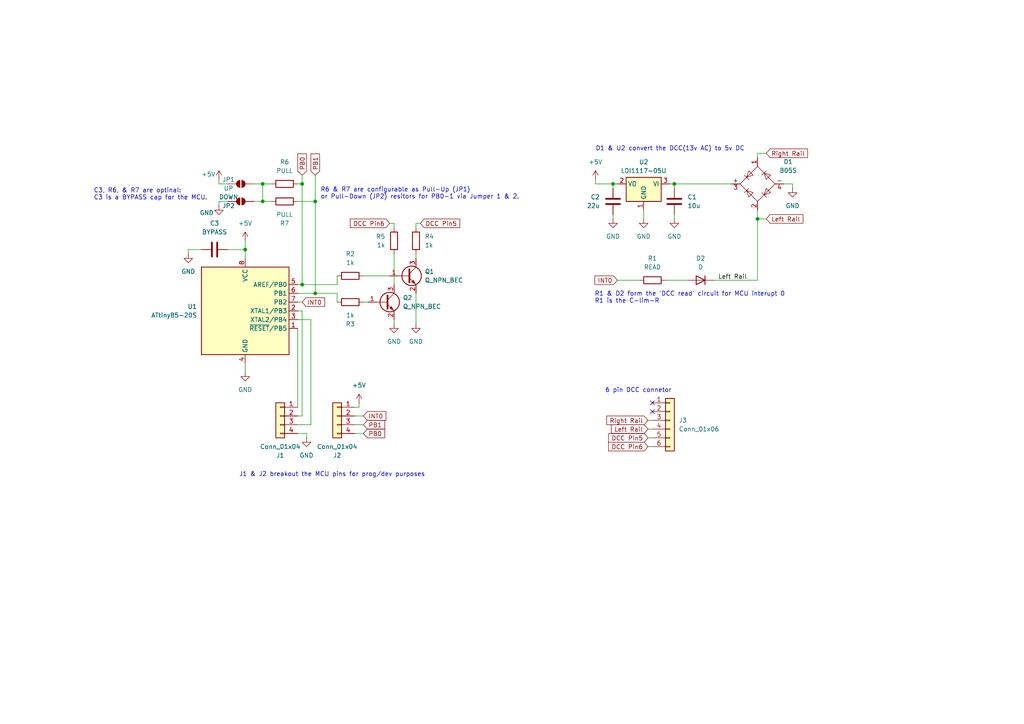
<source format=kicad_sch>
(kicad_sch (version 20250114) (generator "eeschema") (generator_version "9.0")
  (paper "A4")
  (lib_symbols
    (symbol "Connector_Generic:Conn_01x04" (pin_names (offset 1.016) (hide yes))
      (property "Reference" "J" (at 0 5.08 0))
      (property "Value" "Conn_01x04" (at 0 -7.62 0))
      (symbol "Conn_01x04_1_1"
        (rectangle (start -1.27 3.81) (end 1.27 -6.35) (stroke (width 0.254)) (fill (type background)))
        (rectangle (start -1.27 2.667) (end 0 2.413) (stroke (width 0.1524)))
        (rectangle (start -1.27 0.127) (end 0 -0.127) (stroke (width 0.1524)))
        (rectangle (start -1.27 -2.413) (end 0 -2.667) (stroke (width 0.1524)))
        (rectangle (start -1.27 -4.953) (end 0 -5.207) (stroke (width 0.1524)))
        (pin passive line (at -5.08 2.54 0) (length 3.81) (name "Pin_1") (number "1"))
        (pin passive line (at -5.08 0 0) (length 3.81) (name "Pin_2") (number "2"))
        (pin passive line (at -5.08 -2.54 0) (length 3.81) (name "Pin_3") (number "3"))
        (pin passive line (at -5.08 -5.08 0) (length 3.81) (name "Pin_4") (number "4"))
      )
    )
    (symbol "Connector_Generic:Conn_01x06" (pin_names (offset 1.016) (hide yes))
      (property "Reference" "J" (at 0 7.62 0))
      (property "Value" "Conn_01x06" (at 0 -10.16 0))
      (symbol "Conn_01x06_1_1"
        (rectangle (start -1.27 6.35) (end 1.27 -8.89) (stroke (width 0.254)) (fill (type background)))
        (rectangle (start -1.27 5.207) (end 0 4.953) (stroke (width 0.1524)))
        (rectangle (start -1.27 2.667) (end 0 2.413) (stroke (width 0.1524)))
        (rectangle (start -1.27 0.127) (end 0 -0.127) (stroke (width 0.1524)))
        (rectangle (start -1.27 -2.413) (end 0 -2.667) (stroke (width 0.1524)))
        (rectangle (start -1.27 -4.953) (end 0 -5.207) (stroke (width 0.1524)))
        (rectangle (start -1.27 -7.493) (end 0 -7.747) (stroke (width 0.1524)))
        (pin passive line (at -5.08 5.08 0) (length 3.81) (name "Pin_1") (number "1"))
        (pin passive line (at -5.08 2.54 0) (length 3.81) (name "Pin_2") (number "2"))
        (pin passive line (at -5.08 0 0) (length 3.81) (name "Pin_3") (number "3"))
        (pin passive line (at -5.08 -2.54 0) (length 3.81) (name "Pin_4") (number "4"))
        (pin passive line (at -5.08 -5.08 0) (length 3.81) (name "Pin_5") (number "5"))
        (pin passive line (at -5.08 -7.62 0) (length 3.81) (name "Pin_6") (number "6"))
      )
    )
    (symbol "Device:C" (pin_numbers (hide yes)) (pin_names (offset 0.254))
      (property "Reference" "C" (at 0.635 2.54 0))
      (property "Value" "C" (at 0.635 -2.54 0))
      (symbol "C_0_1"
        (polyline (pts (xy -2.032 0.762) (xy 2.032 0.762)) (stroke (width 0.508)))
        (polyline (pts (xy -2.032 -0.762) (xy 2.032 -0.762)) (stroke (width 0.508)))
      )
      (symbol "C_1_1"
        (pin passive line (at 0 3.81 270) (length 2.794) (name "~") (number "1"))
        (pin passive line (at 0 -3.81 90) (length 2.794) (name "~") (number "2"))
      )
    )
    (symbol "Device:D" (pin_numbers (hide yes)) (pin_names (offset 1.016) (hide yes))
      (property "Reference" "D" (at 0 2.54 0))
      (property "Value" "D" (at 0 -2.54 0))
      (symbol "D_0_1"
        (polyline (pts (xy -1.27 1.27) (xy -1.27 -1.27)) (stroke (width 0.254)))
        (polyline (pts (xy 1.27 1.27) (xy 1.27 -1.27) (xy -1.27 0) (xy 1.27 1.27)) (stroke (width 0.254)))
        (polyline (pts (xy 1.27 0) (xy -1.27 0)))
      )
      (symbol "D_1_1"
        (pin passive line (at -3.81 0 0) (length 2.54) (name "K") (number "1"))
        (pin passive line (at 3.81 0 180) (length 2.54) (name "A") (number "2"))
      )
    )
    (symbol "Device:R" (pin_numbers (hide yes)) (pin_names (offset 0))
      (property "Reference" "R" (at 2.032 0 90))
      (property "Value" "R" (at 0 0 90))
      (symbol "R_0_1"
        (rectangle (start -1.016 -2.54) (end 1.016 2.54) (stroke (width 0.254)))
      )
      (symbol "R_1_1"
        (pin passive line (at 0 3.81 270) (length 1.27) (name "~") (number "1"))
        (pin passive line (at 0 -3.81 90) (length 1.27) (name "~") (number "2"))
      )
    )
    (symbol "Diode_Bridge:MB2S" (pin_names (offset 0))
      (property "Reference" "D" (at 2.54 6.985 0))
      (property "Value" "MB2S" (at 2.54 5.08 0))
      (symbol "MB2S_0_1"
        (polyline (pts (xy -5.08 0) (xy 0 -5.08) (xy 5.08 0) (xy 0 5.08) (xy -5.08 0)))
        (polyline (pts (xy -3.81 2.54) (xy -2.54 1.27) (xy -1.905 3.175) (xy -3.81 2.54)))
        (polyline (pts (xy -2.54 3.81) (xy -1.27 2.54)))
        (polyline (pts (xy -2.54 -1.27) (xy -3.81 -2.54) (xy -1.905 -3.175) (xy -2.54 -1.27)))
        (polyline (pts (xy -1.27 -2.54) (xy -2.54 -3.81)))
        (polyline (pts (xy 1.27 2.54) (xy 2.54 3.81) (xy 3.175 1.905) (xy 1.27 2.54)))
        (polyline (pts (xy 2.54 1.27) (xy 3.81 2.54)))
        (polyline (pts (xy 2.54 -1.27) (xy 3.81 -2.54)))
        (polyline (pts (xy 3.175 -1.905) (xy 1.27 -2.54) (xy 2.54 -3.81) (xy 3.175 -1.905)))
      )
      (symbol "MB2S_1_1"
        (pin passive line (at -7.62 0 0) (length 2.54) (name "-") (number "4"))
        (pin passive line (at 0 7.62 270) (length 2.54) (name "~") (number "2"))
        (pin passive line (at 0 -7.62 90) (length 2.54) (name "~") (number "1"))
        (pin passive line (at 7.62 0 180) (length 2.54) (name "+") (number "3"))
      )
    )
    (symbol "Jumper:SolderJumper_2_Open" (pin_numbers (hide yes)) (pin_names (offset 0) (hide yes)) (in_bom no)
      (property "Reference" "JP" (at 0 2.032 0))
      (property "Value" "SolderJumper_2_Open" (at 0 -2.54 0))
      (symbol "SolderJumper_2_Open_0_1"
        (polyline (pts (xy -0.254 1.016) (xy -0.254 -1.016)))
        (arc (start -0.254 -1.016) (mid -1.2656 0) (end -0.254 1.016))
        (arc (start -0.254 -1.016) (mid -1.2656 0) (end -0.254 1.016) (fill (type outline)))
        (arc (start 0.254 1.016) (mid 1.2656 0) (end 0.254 -1.016))
        (arc (start 0.254 1.016) (mid 1.2656 0) (end 0.254 -1.016) (fill (type outline)))
        (polyline (pts (xy 0.254 1.016) (xy 0.254 -1.016)))
      )
      (symbol "SolderJumper_2_Open_1_1"
        (pin passive line (at -3.81 0 0) (length 2.54) (name "A") (number "1"))
        (pin passive line (at 3.81 0 180) (length 2.54) (name "B") (number "2"))
      )
    )
    (symbol "MCU_Microchip_ATtiny:ATtiny85-20S"
      (property "Reference" "U" (at -12.7 13.97 0))
      (property "Value" "ATtiny85-20S" (at 2.54 -13.97 0))
      (symbol "ATtiny85-20S_0_1"
        (rectangle (start -12.7 -12.7) (end 12.7 12.7) (stroke (width 0.254)) (fill (type background)))
      )
      (symbol "ATtiny85-20S_1_1"
        (pin power_in line (at 0 15.24 270) (length 2.54) (name "VCC") (number "8"))
        (pin power_in line (at 0 -15.24 90) (length 2.54) (name "GND") (number "4"))
        (pin bidirectional line (at 15.24 7.62 180) (length 2.54) (name "AREF/PB0") (number "5"))
        (pin bidirectional line (at 15.24 5.08 180) (length 2.54) (name "PB1") (number "6"))
        (pin bidirectional line (at 15.24 2.54 180) (length 2.54) (name "PB2") (number "7"))
        (pin bidirectional line (at 15.24 0 180) (length 2.54) (name "XTAL1/PB3") (number "2"))
        (pin bidirectional line (at 15.24 -2.54 180) (length 2.54) (name "XTAL2/PB4") (number "3"))
        (pin bidirectional line (at 15.24 -5.08 180) (length 2.54) (name "~{RESET}/PB5") (number "1"))
      )
    )
    (symbol "Regulator_Linear:LD1117V50"
      (property "Reference" "U" (at -3.81 3.175 0))
      (property "Value" "LD1117V50" (at 0 3.175 0))
      (symbol "LD1117V50_0_1"
        (rectangle (start -5.08 -5.08) (end 5.08 1.905) (stroke (width 0.254)) (fill (type background)))
      )
      (symbol "LD1117V50_1_1"
        (pin power_in line (at -7.62 0 0) (length 2.54) (name "VI") (number "3"))
        (pin power_in line (at 0 -7.62 90) (length 2.54) (name "GND") (number "1"))
        (pin power_out line (at 7.62 0 180) (length 2.54) (name "VO") (number "2"))
      )
    )
    (symbol "Transistor_BJT:Q_NPN_BEC" (pin_names (offset 0) (hide yes))
      (property "Reference" "Q" (at 5.08 1.27 0))
      (property "Value" "Q_NPN_BEC" (at 5.08 -1.27 0))
      (symbol "Q_NPN_BEC_0_1"
        (polyline (pts (xy -2.54 0) (xy 0.635 0)))
        (polyline (pts (xy 0.635 1.905) (xy 0.635 -1.905)) (stroke (width 0.508)))
        (circle (center 1.27 0) (radius 2.8194) (stroke (width 0.254)))
      )
      (symbol "Q_NPN_BEC_1_1"
        (polyline (pts (xy 0.635 0.635) (xy 2.54 2.54)))
        (polyline (pts (xy 0.635 -0.635) (xy 2.54 -2.54)))
        (polyline (pts (xy 1.27 -1.778) (xy 1.778 -1.27) (xy 2.286 -2.286) (xy 1.27 -1.778)) (fill (type outline)))
        (pin input line (at -5.08 0 0) (length 2.54) (name "B") (number "1"))
        (pin passive line (at 2.54 5.08 270) (length 2.54) (name "C") (number "3"))
        (pin passive line (at 2.54 -5.08 90) (length 2.54) (name "E") (number "2"))
      )
    )
    (symbol "power:+5V" (power) (pin_numbers (hide yes)) (pin_names (offset 0) (hide yes))
      (property "Value" "+5V" (at 0 3.556 0))
      (symbol "+5V_0_1"
        (polyline (pts (xy -0.762 1.27) (xy 0 2.54)))
        (polyline (pts (xy 0 2.54) (xy 0.762 1.27)))
        (polyline (pts (xy 0 0) (xy 0 2.54)))
      )
      (symbol "+5V_1_1"
        (pin power_in line (at 0 0 90) (length 0) (name "~") (number "1"))
      )
    )
    (symbol "power:GND" (power) (pin_numbers (hide yes)) (pin_names (offset 0) (hide yes))
      (property "Value" "GND" (at 0 -3.81 0))
      (symbol "GND_0_1"
        (polyline (pts (xy 0 0) (xy 0 -1.27) (xy 1.27 -1.27) (xy 0 -2.54) (xy -1.27 -1.27) (xy 0 -1.27)))
      )
      (symbol "GND_1_1"
        (pin power_in line (at 0 0 270) (length 0) (name "~") (number "1"))
      )
    )
  )
  (text "R6 & R7 are configurable as Pull-Up (JP1) \nor Pull-Down (JP2) resitors for PB0-1 via Jumper 1 & 2. " (at 92.964 56.134 0) (effects (font (size 1.27 1.27)) (justify left)))
  (text "D1 & U2 convert the DCC(13v AC) to 5v DC" (at 172.72 43.18 0) (effects (font (size 1.27 1.27)) (justify left)))
  (text "6 pin DCC connetor" (at 175.514 113.284 0) (effects (font (size 1.27 1.27)) (justify left)))
  (text "R1 & D2 form the 'DCC read' circuit for MCU interupt 0 \nR1 is the C-lim-R" (at 172.466 86.36 0) (effects (font (size 1.27 1.27)) (justify left)))
  (text "J1 & J2 breakout the MCU pins for prog/dev purposes" (at 69.342 137.668 0) (effects (font (size 1.27 1.27)) (justify left)))
  (text "C3, R6, & R7 are optinal: \nC3 is a BYPASS cap for the MCU. " (at 27.178 56.388 0) (effects (font (size 1.27 1.27)) (justify left)))
  (junction (at 76.2 58.42))
  (junction (at 219.71 63.5))
  (junction (at 91.44 58.42))
  (junction (at 177.8 53.34))
  (junction (at 71.12 72.39))
  (junction (at 195.58 53.34))
  (junction (at 91.44 85.09))
  (junction (at 87.63 82.55))
  (junction (at 76.2 53.34))
  (junction (at 87.63 53.34))
  (no_connect (at 189.23 116.84))
  (no_connect (at 189.23 119.38))
  (wire (pts (xy 63.5 53.34) (xy 63.5 52.07)))
  (wire (pts (xy 114.3 73.66) (xy 114.3 82.55)))
  (wire (pts (xy 71.12 105.41) (xy 71.12 107.95)))
  (wire (pts (xy 207.01 81.28) (xy 219.71 81.28)))
  (wire (pts (xy 172.72 52.07) (xy 172.72 53.34)))
  (wire (pts (xy 114.3 92.71) (xy 114.3 93.98)))
  (wire (pts (xy 86.36 53.34) (xy 87.63 53.34)))
  (wire (pts (xy 87.63 90.17) (xy 87.63 120.65)))
  (wire (pts (xy 71.12 72.39) (xy 71.12 74.93)))
  (wire (pts (xy 120.65 64.77) (xy 121.92 64.77)))
  (wire (pts (xy 91.44 58.42) (xy 91.44 85.09)))
  (wire (pts (xy 86.36 123.19) (xy 90.17 123.19)))
  (wire (pts (xy 177.8 62.23) (xy 177.8 63.5)))
  (wire (pts (xy 102.87 125.73) (xy 105.41 125.73)))
  (wire (pts (xy 179.07 81.28) (xy 185.42 81.28)))
  (wire (pts (xy 86.36 125.73) (xy 88.9 125.73)))
  (wire (pts (xy 120.65 66.04) (xy 120.65 64.77)))
  (wire (pts (xy 227.33 53.34) (xy 229.87 53.34)))
  (wire (pts (xy 114.3 64.77) (xy 113.03 64.77)))
  (wire (pts (xy 91.44 50.8) (xy 91.44 58.42)))
  (wire (pts (xy 105.41 87.63) (xy 106.68 87.63)))
  (wire (pts (xy 73.66 58.42) (xy 76.2 58.42)))
  (wire (pts (xy 73.66 53.34) (xy 76.2 53.34)))
  (wire (pts (xy 219.71 81.28) (xy 219.71 63.5)))
  (wire (pts (xy 63.5 59.69) (xy 63.5 58.42)))
  (wire (pts (xy 86.36 85.09) (xy 91.44 85.09)))
  (wire (pts (xy 187.96 121.92) (xy 189.23 121.92)))
  (wire (pts (xy 87.63 120.65) (xy 86.36 120.65)))
  (wire (pts (xy 87.63 50.8) (xy 87.63 53.34)))
  (wire (pts (xy 120.65 85.09) (xy 120.65 93.98)))
  (wire (pts (xy 86.36 90.17) (xy 87.63 90.17)))
  (wire (pts (xy 97.79 80.01) (xy 97.79 82.55)))
  (wire (pts (xy 222.25 63.5) (xy 219.71 63.5)))
  (wire (pts (xy 219.71 44.45) (xy 219.71 45.72)))
  (wire (pts (xy 105.41 80.01) (xy 113.03 80.01)))
  (wire (pts (xy 87.63 82.55) (xy 97.79 82.55)))
  (wire (pts (xy 193.04 81.28) (xy 199.39 81.28)))
  (wire (pts (xy 120.65 73.66) (xy 120.65 74.93)))
  (wire (pts (xy 86.36 58.42) (xy 91.44 58.42)))
  (wire (pts (xy 54.61 72.39) (xy 54.61 73.66)))
  (wire (pts (xy 76.2 58.42) (xy 78.74 58.42)))
  (wire (pts (xy 222.25 44.45) (xy 219.71 44.45)))
  (wire (pts (xy 71.12 69.85) (xy 71.12 72.39)))
  (wire (pts (xy 86.36 95.25) (xy 86.36 118.11)))
  (wire (pts (xy 219.71 60.96) (xy 219.71 63.5)))
  (wire (pts (xy 194.31 53.34) (xy 195.58 53.34)))
  (wire (pts (xy 90.17 123.19) (xy 90.17 92.71)))
  (wire (pts (xy 229.87 53.34) (xy 229.87 54.61)))
  (wire (pts (xy 177.8 53.34) (xy 177.8 54.61)))
  (wire (pts (xy 86.36 82.55) (xy 87.63 82.55)))
  (wire (pts (xy 66.04 53.34) (xy 63.5 53.34)))
  (wire (pts (xy 114.3 66.04) (xy 114.3 64.77)))
  (wire (pts (xy 90.17 92.71) (xy 86.36 92.71)))
  (wire (pts (xy 186.69 60.96) (xy 186.69 63.5)))
  (wire (pts (xy 78.74 53.34) (xy 76.2 53.34)))
  (wire (pts (xy 97.79 85.09) (xy 97.79 87.63)))
  (wire (pts (xy 63.5 58.42) (xy 66.04 58.42)))
  (wire (pts (xy 102.87 123.19) (xy 105.41 123.19)))
  (wire (pts (xy 88.9 125.73) (xy 88.9 127)))
  (wire (pts (xy 187.96 124.46) (xy 189.23 124.46)))
  (wire (pts (xy 187.96 129.54) (xy 189.23 129.54)))
  (wire (pts (xy 102.87 120.65) (xy 105.41 120.65)))
  (wire (pts (xy 58.42 72.39) (xy 54.61 72.39)))
  (wire (pts (xy 195.58 62.23) (xy 195.58 63.5)))
  (wire (pts (xy 87.63 87.63) (xy 86.36 87.63)))
  (wire (pts (xy 87.63 53.34) (xy 87.63 82.55)))
  (wire (pts (xy 102.87 118.11) (xy 104.14 118.11)))
  (wire (pts (xy 179.07 53.34) (xy 177.8 53.34)))
  (wire (pts (xy 195.58 53.34) (xy 195.58 54.61)))
  (wire (pts (xy 172.72 53.34) (xy 177.8 53.34)))
  (wire (pts (xy 66.04 72.39) (xy 71.12 72.39)))
  (wire (pts (xy 76.2 53.34) (xy 76.2 58.42)))
  (wire (pts (xy 91.44 85.09) (xy 97.79 85.09)))
  (wire (pts (xy 195.58 53.34) (xy 212.09 53.34)))
  (wire (pts (xy 187.96 127) (xy 189.23 127)))
  (wire (pts (xy 104.14 118.11) (xy 104.14 116.84)))
  (label "Left Rail" (at 208.28 81.28 0))
  (global_label "DCC Pin6" (shape input) (at 187.96 129.54 180) (property "Intersheetrefs" "${INTERSHEET_REFS}" (effects (hide yes))))
  (global_label "PB0" (shape input) (at 105.41 125.73 0) (property "Intersheetrefs" "${INTERSHEET_REFS}" (effects (hide yes))))
  (global_label "Right Rail" (shape input) (at 187.96 121.92 180) (property "Intersheetrefs" "${INTERSHEET_REFS}" (effects (hide yes))))
  (global_label "PB0" (shape input) (at 87.63 50.8 90) (property "Intersheetrefs" "${INTERSHEET_REFS}" (effects (hide yes))))
  (global_label "Right Rail" (shape input) (at 222.25 44.45 0) (property "Intersheetrefs" "${INTERSHEET_REFS}" (effects (hide yes))))
  (global_label "PB1" (shape input) (at 105.41 123.19 0) (property "Intersheetrefs" "${INTERSHEET_REFS}" (effects (hide yes))))
  (global_label "INT0" (shape input) (at 179.07 81.28 180) (property "Intersheetrefs" "${INTERSHEET_REFS}" (effects (hide yes))))
  (global_label "PB1" (shape input) (at 91.44 50.8 90) (property "Intersheetrefs" "${INTERSHEET_REFS}" (effects (hide yes))))
  (global_label "INT0" (shape input) (at 105.41 120.65 0) (property "Intersheetrefs" "${INTERSHEET_REFS}" (effects (hide yes))))
  (global_label "DCC Pin5" (shape input) (at 187.96 127 180) (property "Intersheetrefs" "${INTERSHEET_REFS}" (effects (hide yes))))
  (global_label "Left Rail" (shape input) (at 222.25 63.5 0) (property "Intersheetrefs" "${INTERSHEET_REFS}" (effects (hide yes))))
  (global_label "INT0" (shape input) (at 87.63 87.63 0) (property "Intersheetrefs" "${INTERSHEET_REFS}" (effects (hide yes))))
  (global_label "DCC Pin5" (shape input) (at 121.92 64.77 0) (property "Intersheetrefs" "${INTERSHEET_REFS}" (effects (hide yes))))
  (global_label "DCC Pin6" (shape input) (at 113.03 64.77 180) (property "Intersheetrefs" "${INTERSHEET_REFS}" (effects (hide yes))))
  (global_label "Left Rail" (shape input) (at 187.96 124.46 180) (property "Intersheetrefs" "${INTERSHEET_REFS}" (effects (hide yes))))
  (symbol (lib_id "power:+5V") (at 104.14 116.84 0) (unit 1)
    (property "Reference" "#PWR012" (effects (hide yes)))
    (property "Value" "+5V" (at 104.14 111.76 0))
    (property "Description" "Power symbol creates a global label with name \"+5V\"" (effects (hide yes)))
  )
  (symbol (lib_id "Device:R") (at 82.55 53.34 90) (unit 1)
    (property "Reference" "R6" (at 82.55 46.99 90))
    (property "Value" "PULL" (at 82.55 49.53 90))
    (property "Footprint" "Resistor_SMD:R_0805_2012Metric_Pad1.20x1.40mm_HandSolder" (effects (hide yes)))
    (property "Description" "Resistor" (effects (hide yes)))
  )
  (symbol (lib_id "Device:R") (at 101.6 80.01 270) (unit 1)
    (property "Reference" "R2" (at 101.6 73.66 90))
    (property "Value" "1k" (at 101.6 76.2 90))
    (property "Footprint" "Resistor_SMD:R_0805_2012Metric_Pad1.20x1.40mm_HandSolder" (effects (hide yes)))
    (property "Description" "Resistor" (effects (hide yes)))
  )
  (symbol (lib_id "Jumper:SolderJumper_2_Open") (at 69.85 53.34 0) (unit 1) (in_bom no)
    (property "Reference" "JP1" (at 66.294 52.07 0))
    (property "Value" "UP" (at 66.294 54.61 0))
    (property "Footprint" "Jumper:SolderJumper-2_P1.3mm_Open_TrianglePad1.0x1.5mm" (effects (hide yes)))
    (property "Description" "Solder Jumper, 2-pole, open" (effects (hide yes)))
  )
  (symbol (lib_id "Connector_Generic:Conn_01x04") (at 81.28 120.65 0) (mirror y) (unit 1)
    (property "Reference" "J1" (at 81.28 132.08 0))
    (property "Value" "Conn_01x04" (at 81.28 129.54 0))
    (property "Footprint" "Connector_PinHeader_1.27mm:PinHeader_1x04_P1.27mm_Vertical" (effects (hide yes)))
    (property "Description" "Generic connector, single row, 01x04, script generated (kicad-library-utils/schlib/autogen/connector/)" (effects (hide yes)))
  )
  (symbol (lib_id "power:GND") (at 71.12 107.95 0) (unit 1)
    (property "Reference" "#PWR08" (effects (hide yes)))
    (property "Value" "GND" (at 71.12 113.03 0))
    (property "Description" "Power symbol creates a global label with name \"GND\" , ground" (effects (hide yes)))
  )
  (symbol (lib_id "MCU_Microchip_ATtiny:ATtiny85-20S") (at 71.12 90.17 0) (unit 1)
    (property "Reference" "U1" (at 57.15 88.8999 0) (effects (justify right)))
    (property "Value" "ATtiny85-20S" (at 57.15 91.4399 0) (effects (justify right)))
    (property "Footprint" "Package_SO:SOIC-8_5.3x5.3mm_P1.27mm" (effects (hide yes)))
    (property "Datasheet" "http://ww1.microchip.com/downloads/en/DeviceDoc/atmel-2586-avr-8-bit-microcontroller-attiny25-attiny45-attiny85_datasheet.pdf" (effects (hide yes)))
    (property "Description" "20MHz, 8kB Flash, 512B SRAM, 512B EEPROM, debugWIRE, SOIC-8" (effects (hide yes)))
  )
  (symbol (lib_id "Connector_Generic:Conn_01x04") (at 97.79 120.65 0) (mirror y) (unit 1)
    (property "Reference" "J2" (at 97.79 132.08 0))
    (property "Value" "Conn_01x04" (at 97.79 129.54 0))
    (property "Footprint" "Connector_PinHeader_1.27mm:PinHeader_1x04_P1.27mm_Vertical" (effects (hide yes)))
    (property "Description" "Generic connector, single row, 01x04, script generated (kicad-library-utils/schlib/autogen/connector/)" (effects (hide yes)))
  )
  (symbol (lib_id "power:GND") (at 88.9 127 0) (unit 1)
    (property "Reference" "#PWR011" (effects (hide yes)))
    (property "Value" "GND" (at 88.9 132.08 0))
    (property "Description" "Power symbol creates a global label with name \"GND\" , ground" (effects (hide yes)))
  )
  (symbol (lib_id "Device:R") (at 82.55 58.42 90) (mirror x) (unit 1)
    (property "Reference" "R7" (at 82.55 64.77 90))
    (property "Value" "PULL" (at 82.55 62.23 90))
    (property "Footprint" "Resistor_SMD:R_0805_2012Metric_Pad1.20x1.40mm_HandSolder" (effects (hide yes)))
    (property "Description" "Resistor" (effects (hide yes)))
  )
  (symbol (lib_id "Transistor_BJT:Q_NPN_BEC") (at 111.76 87.63 0) (unit 1)
    (property "Reference" "Q2" (at 116.84 86.3599 0) (effects (justify left)))
    (property "Value" "Q_NPN_BEC" (at 116.84 88.8999 0) (effects (justify left)))
    (property "Footprint" "Package_TO_SOT_SMD:SOT-23_Handsoldering" (effects (hide yes)))
    (property "Description" "NPN transistor, base/emitter/collector" (effects (hide yes)))
  )
  (symbol (lib_id "Jumper:SolderJumper_2_Open") (at 69.85 58.42 0) (mirror x) (unit 1) (in_bom no)
    (property "Reference" "JP2" (at 66.294 59.69 0))
    (property "Value" "DOWN" (at 66.294 57.15 0))
    (property "Footprint" "Jumper:SolderJumper-2_P1.3mm_Open_TrianglePad1.0x1.5mm" (effects (hide yes)))
    (property "Description" "Solder Jumper, 2-pole, open" (effects (hide yes)))
  )
  (symbol (lib_id "Device:R") (at 101.6 87.63 270) (mirror x) (unit 1)
    (property "Reference" "R3" (at 101.6 93.98 90))
    (property "Value" "1k" (at 101.6 91.44 90))
    (property "Footprint" "Resistor_SMD:R_0805_2012Metric_Pad1.20x1.40mm_HandSolder" (effects (hide yes)))
    (property "Description" "Resistor" (effects (hide yes)))
  )
  (symbol (lib_id "power:GND") (at 195.58 63.5 0) (unit 1)
    (property "Reference" "#PWR02" (effects (hide yes)))
    (property "Value" "GND" (at 195.58 68.58 0))
    (property "Description" "Power symbol creates a global label with name \"GND\" , ground" (effects (hide yes)))
  )
  (symbol (lib_id "Device:R") (at 189.23 81.28 270) (unit 1)
    (property "Reference" "R1" (at 189.23 74.93 90))
    (property "Value" "READ" (at 189.23 77.47 90))
    (property "Footprint" "Resistor_SMD:R_0805_2012Metric_Pad1.20x1.40mm_HandSolder" (effects (hide yes)))
    (property "Description" "Resistor" (effects (hide yes)))
  )
  (symbol (lib_id "power:+5V") (at 71.12 69.85 0) (unit 1)
    (property "Reference" "#PWR06" (effects (hide yes)))
    (property "Value" "+5V" (at 71.12 64.77 0))
    (property "Description" "Power symbol creates a global label with name \"+5V\"" (effects (hide yes)))
  )
  (symbol (lib_id "Regulator_Linear:LD1117V50") (at 186.69 53.34 0) (mirror y) (unit 1)
    (property "Reference" "U2" (at 186.69 46.99 0))
    (property "Value" "LDI1117-05U" (at 186.69 49.53 0))
    (property "Footprint" "Package_TO_SOT_SMD:SOT-89-3_Handsoldering" (effects (hide yes)))
  )
  (symbol (lib_id "Device:D") (at 203.2 81.28 180) (unit 1)
    (property "Reference" "D2" (at 203.2 74.93 0))
    (property "Value" "D" (at 203.2 77.47 0))
    (property "Footprint" "Diode_SMD:D_SOD-123" (effects (hide yes)))
    (property "Description" "Diode" (effects (hide yes)))
    (property "Sim.Device" "D" (effects (hide yes)))
    (property "Sim.Pins" "1=K 2=A" (effects (hide yes)))
  )
  (symbol (lib_id "Device:R") (at 114.3 69.85 0) (mirror y) (unit 1)
    (property "Reference" "R5" (at 111.76 68.5799 0) (effects (justify left)))
    (property "Value" "1k" (at 111.76 71.1199 0) (effects (justify left)))
    (property "Footprint" "Resistor_SMD:R_0805_2012Metric_Pad1.20x1.40mm_HandSolder" (effects (hide yes)))
    (property "Description" "Resistor" (effects (hide yes)))
  )
  (symbol (lib_id "power:GND") (at 114.3 93.98 0) (unit 1)
    (property "Reference" "#PWR09" (effects (hide yes)))
    (property "Value" "GND" (at 114.3 99.06 0))
    (property "Description" "Power symbol creates a global label with name \"GND\" , ground" (effects (hide yes)))
  )
  (symbol (lib_id "Transistor_BJT:Q_NPN_BEC") (at 118.11 80.01 0) (unit 1)
    (property "Reference" "Q1" (at 123.19 78.7399 0) (effects (justify left)))
    (property "Value" "Q_NPN_BEC" (at 123.19 81.2799 0) (effects (justify left)))
    (property "Footprint" "Package_TO_SOT_SMD:SOT-23_Handsoldering" (effects (hide yes)))
    (property "Description" "NPN transistor, base/emitter/collector" (effects (hide yes)))
  )
  (symbol (lib_id "power:GND") (at 120.65 93.98 0) (unit 1)
    (property "Reference" "#PWR010" (effects (hide yes)))
    (property "Value" "GND" (at 120.65 99.06 0))
    (property "Description" "Power symbol creates a global label with name \"GND\" , ground" (effects (hide yes)))
  )
  (symbol (lib_id "power:GND") (at 63.5 59.69 0) (unit 1)
    (property "Reference" "#PWR014" (effects (hide yes)))
    (property "Value" "GND" (at 59.944 61.722 0))
    (property "Description" "Power symbol creates a global label with name \"GND\" , ground" (effects (hide yes)))
  )
  (symbol (lib_id "power:GND") (at 177.8 63.5 0) (unit 1)
    (property "Reference" "#PWR04" (effects (hide yes)))
    (property "Value" "GND" (at 177.8 68.58 0))
    (property "Description" "Power symbol creates a global label with name \"GND\" , ground" (effects (hide yes)))
  )
  (symbol (lib_id "power:+5V") (at 63.5 52.07 0) (unit 1)
    (property "Reference" "#PWR013" (effects (hide yes)))
    (property "Value" "+5V" (at 60.452 50.546 0))
    (property "Description" "Power symbol creates a global label with name \"+5V\"" (effects (hide yes)))
  )
  (symbol (lib_id "power:GND") (at 186.69 63.5 0) (unit 1)
    (property "Reference" "#PWR03" (effects (hide yes)))
    (property "Value" "GND" (at 186.69 68.58 0))
    (property "Description" "Power symbol creates a global label with name \"GND\" , ground" (effects (hide yes)))
  )
  (symbol (lib_id "Diode_Bridge:MB2S") (at 219.71 53.34 180) (unit 1)
    (property "Reference" "D1" (at 228.6 46.9198 0))
    (property "Value" "B05S" (at 228.6 49.4598 0))
    (property "Footprint" "Package_TO_SOT_SMD:TO-269AA" (effects (hide yes)))
  )
  (symbol (lib_id "power:+5V") (at 172.72 52.07 0) (unit 1)
    (property "Reference" "#PWR05" (effects (hide yes)))
    (property "Value" "+5V" (at 172.72 46.99 0))
    (property "Description" "Power symbol creates a global label with name \"+5V\"" (effects (hide yes)))
  )
  (symbol (lib_id "Device:C") (at 195.58 58.42 0) (unit 1)
    (property "Reference" "C1" (at 199.39 57.1499 0) (effects (justify left)))
    (property "Value" "10u" (at 199.39 59.6899 0) (effects (justify left)))
    (property "Footprint" "Capacitor_SMD:C_0805_2012Metric_Pad1.18x1.45mm_HandSolder" (effects (hide yes)))
    (property "Description" "Unpolarized capacitor" (effects (hide yes)))
  )
  (symbol (lib_id "power:GND") (at 229.87 54.61 0) (unit 1)
    (property "Reference" "#PWR01" (effects (hide yes)))
    (property "Value" "GND" (at 229.87 59.69 0))
    (property "Description" "Power symbol creates a global label with name \"GND\" , ground" (effects (hide yes)))
  )
  (symbol (lib_id "Device:C") (at 62.23 72.39 90) (unit 1)
    (property "Reference" "C3" (at 62.23 64.77 90))
    (property "Value" "BYPASS" (at 62.23 67.31 90))
    (property "Footprint" "Capacitor_SMD:C_0805_2012Metric_Pad1.18x1.45mm_HandSolder" (effects (hide yes)))
    (property "Description" "Unpolarized capacitor" (effects (hide yes)))
  )
  (symbol (lib_id "Connector_Generic:Conn_01x06") (at 194.31 121.92 0) (unit 1)
    (property "Reference" "J3" (at 196.85 121.9199 0) (effects (justify left)))
    (property "Value" "Conn_01x06" (at 196.85 124.4599 0) (effects (justify left)))
    (property "Footprint" "Connector_PinHeader_1.27mm:PinHeader_1x06_P1.27mm_Vertical" (effects (hide yes)))
    (property "Description" "Generic connector, single row, 01x06, script generated (kicad-library-utils/schlib/autogen/connector/)" (effects (hide yes)))
  )
  (symbol (lib_id "Device:R") (at 120.65 69.85 0) (unit 1)
    (property "Reference" "R4" (at 123.19 68.5799 0) (effects (justify left)))
    (property "Value" "1k" (at 123.19 71.1199 0) (effects (justify left)))
    (property "Footprint" "Resistor_SMD:R_0805_2012Metric_Pad1.20x1.40mm_HandSolder" (effects (hide yes)))
    (property "Description" "Resistor" (effects (hide yes)))
  )
  (symbol (lib_id "Device:C") (at 177.8 58.42 0) (mirror y) (unit 1)
    (property "Reference" "C2" (at 173.99 57.1499 0) (effects (justify left)))
    (property "Value" "22u" (at 173.99 59.6899 0) (effects (justify left)))
    (property "Footprint" "Capacitor_SMD:C_0805_2012Metric_Pad1.18x1.45mm_HandSolder" (effects (hide yes)))
    (property "Description" "Unpolarized capacitor" (effects (hide yes)))
  )
  (symbol (lib_id "power:GND") (at 54.61 73.66 0) (unit 1)
    (property "Reference" "#PWR07" (effects (hide yes)))
    (property "Value" "GND" (at 54.61 78.74 0))
    (property "Description" "Power symbol creates a global label with name \"GND\" , ground" (effects (hide yes)))
  )
)
</source>
